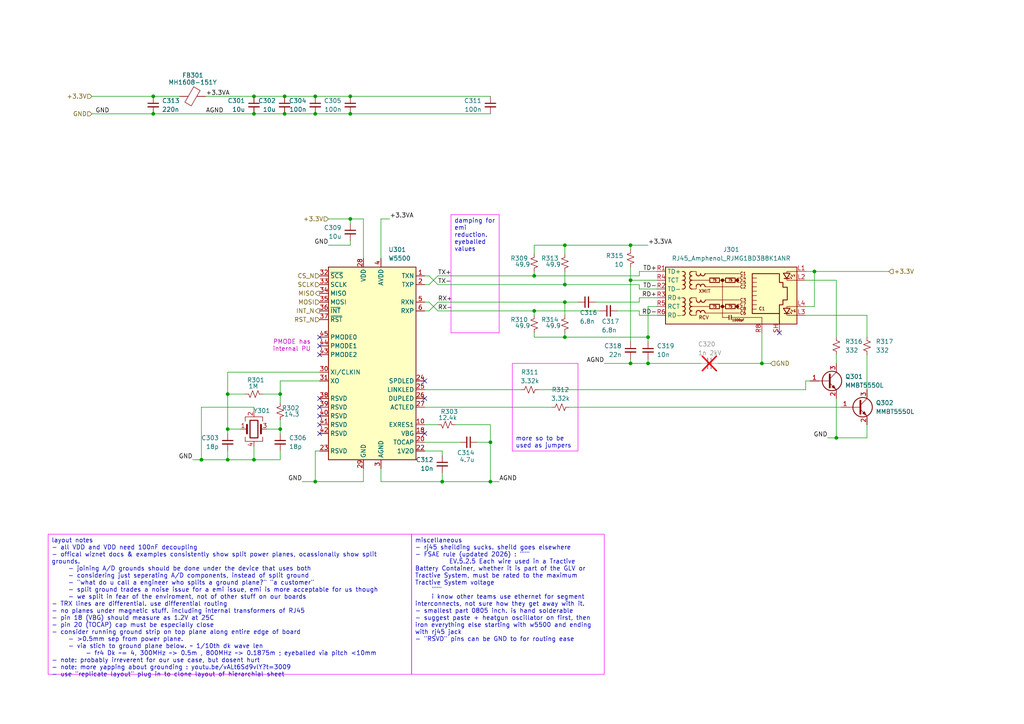
<source format=kicad_sch>
(kicad_sch (version 20250114) (generator "eeschema") (generator_version "9.0")
  (paper "A4")
  (title_block (title "spi ethernet controller") (date "2026-02-08") (rev "1.2") (company "UTA Racing") (comment 1 "Files at github.com/Gregification/BeeMS") (comment 2 "- reduced amount of decoupling caps\n"))
  (lib_symbols
    (symbol "Connector:RJ45_Amphenol_RJMG1BD3B8K1ANR"
      (property "Reference" "J" (at 18.415 10.16 0))
      (property "Value" "RJ45_Amphenol_RJMG1BD3B8K1ANR" (at -19.05 10.16 0))
      (symbol "RJ45_Amphenol_RJMG1BD3B8K1ANR_0_0"
        (text "XMIT" (at -8.255 1.905 0) (effects (font (size 1.016 1.016)) (justify left)))
        (text "RCV" (at -8.255 -5.715 0) (effects (font (size 1.016 1.016)) (justify left)))
        (text "C1" (at 4.699 6.985 0) (effects (font (size 0.889 0.889))))
        (text "C4" (at 4.699 5.715 0) (effects (font (size 0.889 0.889))))
        (text "C5" (at 4.699 4.445 0) (effects (font (size 0.889 0.889))))
        (text "C2" (at 4.699 3.175 0) (effects (font (size 0.889 0.889))))
        (text "C3" (at 4.699 -0.635 0) (effects (font (size 0.889 0.889))))
        (text "C7" (at 4.699 -1.905 0) (effects (font (size 0.889 0.889))))
        (text "C8" (at 4.699 -3.175 0) (effects (font (size 0.889 0.889))))
        (text "C6" (at 4.699 -4.445 0) (effects (font (size 0.889 0.889))))
        (text "C1" (at 10.16 -3.175 0) (effects (font (size 0.889 0.889))))
      )
      (symbol "RJ45_Amphenol_RJMG1BD3B8K1ANR_1_0"
        (text "1000pF" (at 3.302 -6.477 0) (effects (font (size 0.635 0.635))))
      )
      (symbol "RJ45_Amphenol_RJMG1BD3B8K1ANR_1_1"
        (text "75" (at -3.556 5.08 0) (effects (font (size 0.635 0.635))))
        (text "75" (at -3.556 -2.54 0) (effects (font (size 0.635 0.635))))
        (text "75" (at 1.016 5.08 0) (effects (font (size 0.635 0.635))))
        (text "75" (at 1.016 -2.54 0) (effects (font (size 0.635 0.635))))
        (text "Y" (at 19.558 6.35 0) (effects (font (size 0.635 0.635))))
        (text "G" (at 19.685 -3.81 0) (effects (font (size 0.635 0.635))))
        (pin passive line (at -20.32 7.62 0) (length 2.54) (name "TD+") (number "R1"))
        (pin passive line (at -20.32 5.08 0) (length 2.54) (name "TCT") (number "R4"))
        (pin passive line (at -20.32 2.54 0) (length 2.54) (name "TD-") (number "R2"))
        (pin passive line (at -20.32 0 0) (length 2.54) (name "RD+") (number "R3"))
        (pin passive line (at -20.32 -2.54 0) (length 2.54) (name "RCT") (number "R5"))
        (pin passive line (at -20.32 -5.08 0) (length 2.54) (name "RD-") (number "R6"))
        (pin power_in line (at 10.16 -10.16 90) (length 2.54) (name "") (number "R8"))
        (pin passive line (at 15.24 -10.16 90) (length 2.54) (name "") (number "SH"))
        (pin no_connect line (at 20.32 0 0) (length 0) (hide yes) (name "NC") (number "R7"))
        (pin passive line (at 22.86 7.62 180) (length 2.54) (name "") (number "L1"))
        (pin passive line (at 22.86 5.08 180) (length 2.54) (name "") (number "L2"))
        (pin passive line (at 22.86 -2.54 180) (length 2.54) (name "") (number "L4"))
        (pin passive line (at 22.86 -5.08 180) (length 2.54) (name "") (number "L3"))
      )
    )
    (symbol "Device:C_Small" (pin_numbers (hide yes)) (pin_names (offset 0.254) (hide yes))
      (property "Reference" "C" (at 0.254 1.778 0))
      (property "Value" "C_Small" (at 0.254 -2.032 0))
      (symbol "C_Small_1_1"
        (pin passive line (at 0 2.54 270) (length 2.032) (name "~") (number "1"))
        (pin passive line (at 0 -2.54 90) (length 2.032) (name "~") (number "2"))
      )
    )
    (symbol "Device:Crystal_GND24" (pin_names (offset 1.016) (hide yes))
      (property "Reference" "Y" (at 3.175 5.08 0))
      (property "Value" "Crystal_GND24" (at 3.175 3.175 0))
      (symbol "Crystal_GND24_1_1"
        (pin passive line (at -3.81 0 0) (length 1.27) (name "1") (number "1"))
        (pin passive line (at 0 5.08 270) (length 1.27) (name "2") (number "2"))
        (pin passive line (at 0 -5.08 90) (length 1.27) (name "4") (number "4"))
        (pin passive line (at 3.81 0 180) (length 1.27) (name "3") (number "3"))
      )
    )
    (symbol "Device:FerriteBead" (pin_numbers (hide yes)) (pin_names (offset 0))
      (property "Reference" "FB" (at -3.81 0.635 90))
      (property "Value" "FerriteBead" (at 3.81 0 90))
      (symbol "FerriteBead_1_1"
        (pin passive line (at 0 3.81 270) (length 2.54) (name "~") (number "1"))
        (pin passive line (at 0 -3.81 90) (length 2.54) (name "~") (number "2"))
      )
    )
    (symbol "Device:R_Small_US" (pin_numbers (hide yes)) (pin_names (offset 0.254) (hide yes))
      (property "Reference" "R" (at 0.762 0.508 0))
      (property "Value" "R_Small_US" (at 0.762 -1.016 0))
      (symbol "R_Small_US_1_1"
        (pin passive line (at 0 2.54 270) (length 1.016) (name "~") (number "1"))
        (pin passive line (at 0 -2.54 90) (length 1.016) (name "~") (number "2"))
      )
    )
    (symbol "Interface_Ethernet:W5500"
      (property "Reference" "U" (at -11.43 29.21 0))
      (property "Value" "W5500" (at 8.89 29.21 0))
      (symbol "W5500_1_1"
        (pin input line (at -15.24 25.4 0) (length 2.54) (name "~{SCS}") (number "32"))
        (pin input line (at -15.24 22.86 0) (length 2.54) (name "SCLK") (number "33"))
        (pin output line (at -15.24 20.32 0) (length 2.54) (name "MISO") (number "34"))
        (pin input line (at -15.24 17.78 0) (length 2.54) (name "MOSI") (number "35"))
        (pin input line (at -15.24 15.24 0) (length 2.54) (name "~{INT}") (number "36"))
        (pin input line (at -15.24 12.7 0) (length 2.54) (name "~{RST}") (number "37"))
        (pin input line (at -15.24 7.62 0) (length 2.54) (name "PMODE0") (number "45"))
        (pin input line (at -15.24 5.08 0) (length 2.54) (name "PMODE1") (number "44"))
        (pin input line (at -15.24 2.54 0) (length 2.54) (name "PMODE2") (number "43"))
        (pin input line (at -15.24 -2.54 0) (length 2.54) (name "XI/CLKIN") (number "30"))
        (pin output line (at -15.24 -5.08 0) (length 2.54) (name "XO") (number "31"))
        (pin input line (at -15.24 -10.16 0) (length 2.54) (name "RSVD") (number "38"))
        (pin input line (at -15.24 -12.7 0) (length 2.54) (name "RSVD") (number "39"))
        (pin input line (at -15.24 -15.24 0) (length 2.54) (name "RSVD") (number "40"))
        (pin input line (at -15.24 -17.78 0) (length 2.54) (name "RSVD") (number "41"))
        (pin input line (at -15.24 -20.32 0) (length 2.54) (name "RSVD") (number "42"))
        (pin input line (at -15.24 -25.4 0) (length 2.54) (name "RSVD") (number "23"))
        (pin power_in line (at -2.54 30.48 270) (length 2.54) (name "VDD") (number "28"))
        (pin power_in line (at -2.54 -30.48 90) (length 2.54) (name "GND") (number "29"))
        (pin passive line (at 2.54 30.48 270) (length 2.54) (hide yes) (name "AVDD") (number "11"))
        (pin passive line (at 2.54 30.48 270) (length 2.54) (hide yes) (name "AVDD") (number "15"))
        (pin passive line (at 2.54 30.48 270) (length 2.54) (hide yes) (name "AVDD") (number "17"))
        (pin passive line (at 2.54 30.48 270) (length 2.54) (hide yes) (name "AVDD") (number "21"))
        (pin power_in line (at 2.54 30.48 270) (length 2.54) (name "AVDD") (number "4"))
        (pin passive line (at 2.54 30.48 270) (length 2.54) (hide yes) (name "AVDD") (number "8"))
        (pin passive line (at 2.54 -30.48 90) (length 2.54) (hide yes) (name "AGND") (number "14"))
        (pin passive line (at 2.54 -30.48 90) (length 2.54) (hide yes) (name "AGND") (number "16"))
        (pin passive line (at 2.54 -30.48 90) (length 2.54) (hide yes) (name "AGND") (number "19"))
        (pin power_in line (at 2.54 -30.48 90) (length 2.54) (name "AGND") (number "3"))
        (pin passive line (at 2.54 -30.48 90) (length 2.54) (hide yes) (name "AGND") (number "48"))
        (pin passive line (at 2.54 -30.48 90) (length 2.54) (hide yes) (name "AGND") (number "9"))
        (pin no_connect line (at 12.7 10.16 180) (length 2.54) (hide yes) (name "DNC") (number "7"))
        (pin no_connect line (at 12.7 7.62 180) (length 2.54) (hide yes) (name "NC") (number "12"))
        (pin no_connect line (at 12.7 5.08 180) (length 2.54) (hide yes) (name "NC") (number "13"))
        (pin no_connect line (at 12.7 2.54 180) (length 2.54) (hide yes) (name "NC") (number "46"))
        (pin no_connect line (at 12.7 0 180) (length 2.54) (hide yes) (name "NC") (number "47"))
        (pin output line (at 15.24 25.4 180) (length 2.54) (name "TXN") (number "1"))
        (pin output line (at 15.24 22.86 180) (length 2.54) (name "TXP") (number "2"))
        (pin input line (at 15.24 17.78 180) (length 2.54) (name "RXN") (number "5"))
        (pin input line (at 15.24 15.24 180) (length 2.54) (name "RXP") (number "6"))
        (pin output line (at 15.24 -5.08 180) (length 2.54) (name "SPDLED") (number "24"))
        (pin output line (at 15.24 -7.62 180) (length 2.54) (name "LINKLED") (number "25"))
        (pin output line (at 15.24 -10.16 180) (length 2.54) (name "DUPLED") (number "26"))
        (pin output line (at 15.24 -12.7 180) (length 2.54) (name "ACTLED") (number "27"))
        (pin passive line (at 15.24 -17.78 180) (length 2.54) (name "EXRES1") (number "10"))
        (pin passive line (at 15.24 -20.32 180) (length 2.54) (name "VBG") (number "18"))
        (pin passive line (at 15.24 -22.86 180) (length 2.54) (name "TOCAP") (number "20"))
        (pin output line (at 15.24 -25.4 180) (length 2.54) (name "1V2O") (number "22"))
      )
    )
    (symbol "Transistor_BJT:MMBT5550L" (pin_names (offset 0) (hide yes))
      (property "Reference" "Q" (at 5.08 1.905 0))
      (property "Value" "MMBT5550L" (at 5.08 0 0))
      (symbol "MMBT5550L_1_1"
        (pin input line (at -5.08 0 0) (length 2.54) (name "B") (number "1"))
        (pin passive line (at 2.54 5.08 270) (length 2.54) (name "C") (number "3"))
        (pin passive line (at 2.54 -5.08 90) (length 2.54) (name "E") (number "2"))
      )
    )
  )
  (text "PMODE has\ninternal PU" (at 90.17 98.552 0) (effects (font (size 1.27 1.27)) (justify right top)))
  (text_box "miscellaneous\n- rj45 sheilding sucks. sheild goes elsewhere\n- FSAE rule (updated 2026) : \"\"\"\n		EV.5.2.5 Each wire used in a Tractive Battery Container, whether it is part of the GLV or Tractive System, must be rated to the maximum Tractive System voltage\n	\"\"\"\n	i know other teams use ethernet for segment interconnects, not sure how they get away with it.\n- smallest part 0805 inch. is hand solderable\n- suggest paste + heatgun oscillator on first, then iron everything else starting with w5500 and ending with rj45 jack\n- \"RSVD\" pins can be GND to for routing ease" (at 119.38 154.94 0) (size 55.88 40.64) (margins 0.9525 0.9525 0.9525 0.9525) (stroke (width 0) (color 255 0 255 1)) (effects (font (size 1.27 1.27)) (justify left top)))
  (text_box "damping for emi reduction. eyeballed values" (at 130.81 62.23 0) (size 13.97 34.29) (margins 0.9525 0.9525 0.9525 0.9525) (stroke (width 0) (color 255 0 255 1)) (effects (font (size 1.27 1.27)) (justify left top)))
  (text_box "more so to be used as jumpers" (at 148.59 105.41 0) (size 19.05 25.4) (margins 0.9525 0.9525 0.9525 0.9525) (stroke (width 0) (color 255 0 255 1)) (effects (font (size 1.27 1.27)) (justify left bottom)))
  (text_box "layout notes\n- all VDD and VDD need 100nF decoupling\n- offical wiznet docs & examples consistently show split power planes, ocassionally show split grounds.\n	- joining A/D grounds should be done under the device that uses both\n	- considering just seperating A/D components, instead of split ground\n	- \"what do u call a engineer who splits a ground plane?\" \"a customer\"\n	- split ground trades a noise issue for a emi issue, emi is more acceptable for us though\n	- we split in fear of the enviroment, not of other stuff on our boards\n- TRX lines are differential. use differential routing\n- no planes under magnetic stuff. including internal transformers of RJ45\n- pin 18 (VBG) should measure as 1.2V at 25C\n- pin 20 (TOCAP) cap must be especially close\n- consider running ground strip on top plane along entire edge of board\n	- >0.5mm sep from power plane.\n	- via stich to ground plane below. ~ 1/10th dk wave len\n		- fr4 Dk ~= 4, 300MHz ~> 0.5m , 800MHz ~> 0.1875m ; eyeballed via pitch <10mm\n- note: probably irreverent for our use case, but dosent hurt\n- note: more yapping about grounding : youtu.be/vALt6Sd9vlY?t=3009\n- use \"replicate layout\" plug in to clone layout of hierarchial sheet" (at 13.97 154.94 0) (size 105.41 40.64) (margins 0.9525 0.9525 0.9525 0.9525) (stroke (width 0) (color 255 0 255 1)) (effects (font (size 1.27 1.27)) (justify left top)))
  (junction (at 81.28 124.46))
  (junction (at 163.83 97.79))
  (junction (at 163.83 82.55))
  (junction (at 128.27 139.7))
  (junction (at 91.44 33.02))
  (junction (at 154.94 90.17))
  (junction (at 101.6 63.5))
  (junction (at 44.45 27.94))
  (junction (at 73.66 33.02))
  (junction (at 154.94 80.01))
  (junction (at 66.04 114.3))
  (junction (at 182.88 71.12))
  (junction (at 101.6 27.94))
  (junction (at 91.44 27.94))
  (junction (at 220.98 105.41))
  (junction (at 142.24 139.7))
  (junction (at 142.24 128.27))
  (junction (at 73.66 133.35))
  (junction (at 82.55 33.02))
  (junction (at 163.83 87.63))
  (junction (at 66.04 124.46))
  (junction (at 182.88 105.41))
  (junction (at 236.22 78.74))
  (junction (at 163.83 71.12))
  (junction (at 91.44 139.7))
  (junction (at 66.04 133.35))
  (junction (at 242.57 127))
  (junction (at 73.66 27.94))
  (junction (at 101.6 33.02))
  (junction (at 58.42 133.35))
  (junction (at 182.88 81.28))
  (junction (at 44.45 33.02))
  (junction (at 187.96 97.79))
  (junction (at 187.96 105.41))
  (junction (at 81.28 114.3))
  (junction (at 82.55 27.94))
  (no_connect (at 92.71 115.57))
  (no_connect (at 92.71 123.19))
  (no_connect (at 92.71 120.65))
  (no_connect (at 92.71 100.33))
  (no_connect (at 226.06 96.52))
  (no_connect (at 123.19 125.73))
  (no_connect (at 92.71 102.87))
  (no_connect (at 123.19 110.49))
  (no_connect (at 92.71 125.73))
  (no_connect (at 92.71 97.79))
  (no_connect (at 92.71 118.11))
  (no_connect (at 123.19 115.57))
  (wire (pts (xy 182.88 81.28) (xy 182.88 99.06)))
  (wire (pts (xy 163.83 71.12) (xy 154.94 71.12)))
  (wire (pts (xy 234.95 110.49) (xy 233.68 110.49)))
  (wire (pts (xy 101.6 63.5) (xy 105.41 63.5)))
  (wire (pts (xy 101.6 33.02) (xy 142.24 33.02)))
  (wire (pts (xy 251.46 97.79) (xy 251.46 91.44)))
  (wire (pts (xy 69.85 124.46) (xy 66.04 124.46)))
  (wire (pts (xy 124.46 80.01) (xy 127 82.55)))
  (wire (pts (xy 66.04 107.95) (xy 66.04 114.3)))
  (wire (pts (xy 185.42 87.63) (xy 185.42 86.36)))
  (wire (pts (xy 66.04 114.3) (xy 66.04 124.46)))
  (wire (pts (xy 44.45 27.94) (xy 52.07 27.94)))
  (wire (pts (xy 55.88 133.35) (xy 58.42 133.35)))
  (wire (pts (xy 236.22 88.9) (xy 233.68 88.9)))
  (wire (pts (xy 77.47 124.46) (xy 81.28 124.46)))
  (wire (pts (xy 110.49 63.5) (xy 110.49 74.93)))
  (wire (pts (xy 124.46 82.55) (xy 127 80.01)))
  (wire (pts (xy 127 80.01) (xy 154.94 80.01)))
  (wire (pts (xy 59.69 27.94) (xy 73.66 27.94)))
  (wire (pts (xy 242.57 115.57) (xy 242.57 127)))
  (wire (pts (xy 182.88 81.28) (xy 190.5 81.28)))
  (wire (pts (xy 110.49 139.7) (xy 128.27 139.7)))
  (wire (pts (xy 58.42 118.11) (xy 58.42 133.35)))
  (wire (pts (xy 182.88 71.12) (xy 187.96 71.12)))
  (wire (pts (xy 163.83 71.12) (xy 182.88 71.12)))
  (wire (pts (xy 82.55 33.02) (xy 91.44 33.02)))
  (wire (pts (xy 105.41 139.7) (xy 105.41 135.89)))
  (wire (pts (xy 101.6 64.77) (xy 101.6 63.5)))
  (wire (pts (xy 123.19 128.27) (xy 133.35 128.27)))
  (wire (pts (xy 95.25 71.12) (xy 101.6 71.12)))
  (wire (pts (xy 123.19 113.03) (xy 151.13 113.03)))
  (wire (pts (xy 182.88 105.41) (xy 187.96 105.41)))
  (wire (pts (xy 156.21 113.03) (xy 233.68 113.03)))
  (wire (pts (xy 66.04 133.35) (xy 73.66 133.35)))
  (wire (pts (xy 236.22 78.74) (xy 257.81 78.74)))
  (wire (pts (xy 185.42 86.36) (xy 190.5 86.36)))
  (wire (pts (xy 163.83 82.55) (xy 163.83 78.74)))
  (wire (pts (xy 138.43 128.27) (xy 142.24 128.27)))
  (wire (pts (xy 208.28 105.41) (xy 220.98 105.41)))
  (wire (pts (xy 251.46 127) (xy 251.46 123.19)))
  (wire (pts (xy 242.57 102.87) (xy 242.57 105.41)))
  (wire (pts (xy 81.28 133.35) (xy 81.28 130.81)))
  (wire (pts (xy 101.6 27.94) (xy 142.24 27.94)))
  (wire (pts (xy 154.94 80.01) (xy 154.94 78.74)))
  (wire (pts (xy 127 90.17) (xy 154.94 90.17)))
  (wire (pts (xy 91.44 33.02) (xy 101.6 33.02)))
  (wire (pts (xy 82.55 27.94) (xy 91.44 27.94)))
  (wire (pts (xy 142.24 139.7) (xy 144.78 139.7)))
  (wire (pts (xy 91.44 130.81) (xy 91.44 139.7)))
  (wire (pts (xy 142.24 128.27) (xy 142.24 139.7)))
  (wire (pts (xy 185.42 80.01) (xy 185.42 78.74)))
  (wire (pts (xy 163.83 87.63) (xy 163.83 91.44)))
  (wire (pts (xy 240.03 127) (xy 242.57 127)))
  (wire (pts (xy 236.22 78.74) (xy 236.22 88.9)))
  (wire (pts (xy 242.57 127) (xy 251.46 127)))
  (wire (pts (xy 66.04 114.3) (xy 71.12 114.3)))
  (wire (pts (xy 185.42 82.55) (xy 185.42 83.82)))
  (wire (pts (xy 81.28 110.49) (xy 92.71 110.49)))
  (wire (pts (xy 163.83 97.79) (xy 163.83 96.52)))
  (wire (pts (xy 163.83 71.12) (xy 163.83 73.66)))
  (wire (pts (xy 185.42 78.74) (xy 190.5 78.74)))
  (wire (pts (xy 101.6 71.12) (xy 101.6 69.85)))
  (wire (pts (xy 73.66 133.35) (xy 81.28 133.35)))
  (wire (pts (xy 66.04 107.95) (xy 92.71 107.95)))
  (wire (pts (xy 187.96 88.9) (xy 190.5 88.9)))
  (wire (pts (xy 236.22 78.74) (xy 233.68 78.74)))
  (wire (pts (xy 154.94 97.79) (xy 163.83 97.79)))
  (wire (pts (xy 128.27 139.7) (xy 142.24 139.7)))
  (wire (pts (xy 123.19 87.63) (xy 124.46 87.63)))
  (wire (pts (xy 73.66 33.02) (xy 82.55 33.02)))
  (wire (pts (xy 91.44 27.94) (xy 101.6 27.94)))
  (wire (pts (xy 154.94 90.17) (xy 173.99 90.17)))
  (wire (pts (xy 163.83 97.79) (xy 187.96 97.79)))
  (wire (pts (xy 187.96 99.06) (xy 187.96 97.79)))
  (wire (pts (xy 73.66 129.54) (xy 73.66 133.35)))
  (wire (pts (xy 81.28 114.3) (xy 81.28 116.84)))
  (wire (pts (xy 110.49 63.5) (xy 113.03 63.5)))
  (wire (pts (xy 132.08 123.19) (xy 142.24 123.19)))
  (wire (pts (xy 251.46 113.03) (xy 251.46 102.87)))
  (wire (pts (xy 124.46 90.17) (xy 127 87.63)))
  (wire (pts (xy 73.66 118.11) (xy 73.66 119.38)))
  (wire (pts (xy 128.27 139.7) (xy 128.27 137.16)))
  (wire (pts (xy 58.42 133.35) (xy 66.04 133.35)))
  (wire (pts (xy 187.96 97.79) (xy 187.96 88.9)))
  (wire (pts (xy 44.45 33.02) (xy 73.66 33.02)))
  (wire (pts (xy 185.42 90.17) (xy 185.42 91.44)))
  (wire (pts (xy 163.83 87.63) (xy 167.64 87.63)))
  (wire (pts (xy 220.98 105.41) (xy 220.98 96.52)))
  (wire (pts (xy 185.42 83.82) (xy 190.5 83.82)))
  (wire (pts (xy 87.63 139.7) (xy 91.44 139.7)))
  (wire (pts (xy 233.68 81.28) (xy 242.57 81.28)))
  (wire (pts (xy 91.44 130.81) (xy 92.71 130.81)))
  (wire (pts (xy 110.49 139.7) (xy 110.49 135.89)))
  (wire (pts (xy 175.26 105.41) (xy 182.88 105.41)))
  (wire (pts (xy 26.67 33.02) (xy 44.45 33.02)))
  (wire (pts (xy 123.19 123.19) (xy 127 123.19)))
  (wire (pts (xy 163.83 82.55) (xy 185.42 82.55)))
  (wire (pts (xy 220.98 105.41) (xy 223.52 105.41)))
  (wire (pts (xy 127 87.63) (xy 163.83 87.63)))
  (wire (pts (xy 233.68 91.44) (xy 251.46 91.44)))
  (wire (pts (xy 81.28 121.92) (xy 81.28 124.46)))
  (wire (pts (xy 73.66 27.94) (xy 82.55 27.94)))
  (wire (pts (xy 123.19 118.11) (xy 160.02 118.11)))
  (wire (pts (xy 127 82.55) (xy 163.83 82.55)))
  (wire (pts (xy 154.94 73.66) (xy 154.94 71.12)))
  (wire (pts (xy 185.42 91.44) (xy 190.5 91.44)))
  (wire (pts (xy 172.72 87.63) (xy 185.42 87.63)))
  (wire (pts (xy 81.28 125.73) (xy 81.28 124.46)))
  (wire (pts (xy 66.04 130.81) (xy 66.04 133.35)))
  (wire (pts (xy 179.07 90.17) (xy 185.42 90.17)))
  (wire (pts (xy 154.94 96.52) (xy 154.94 97.79)))
  (wire (pts (xy 81.28 110.49) (xy 81.28 114.3)))
  (wire (pts (xy 165.1 118.11) (xy 243.84 118.11)))
  (wire (pts (xy 142.24 123.19) (xy 142.24 128.27)))
  (wire (pts (xy 233.68 113.03) (xy 233.68 110.49)))
  (wire (pts (xy 66.04 124.46) (xy 66.04 125.73)))
  (wire (pts (xy 182.88 71.12) (xy 182.88 72.39)))
  (wire (pts (xy 124.46 87.63) (xy 127 90.17)))
  (wire (pts (xy 123.19 90.17) (xy 124.46 90.17)))
  (wire (pts (xy 58.42 118.11) (xy 73.66 118.11)))
  (wire (pts (xy 128.27 130.81) (xy 123.19 130.81)))
  (wire (pts (xy 95.25 63.5) (xy 101.6 63.5)))
  (wire (pts (xy 187.96 105.41) (xy 187.96 104.14)))
  (wire (pts (xy 182.88 105.41) (xy 182.88 104.14)))
  (wire (pts (xy 154.94 91.44) (xy 154.94 90.17)))
  (wire (pts (xy 128.27 132.08) (xy 128.27 130.81)))
  (wire (pts (xy 182.88 77.47) (xy 182.88 81.28)))
  (wire (pts (xy 91.44 139.7) (xy 105.41 139.7)))
  (wire (pts (xy 26.67 27.94) (xy 44.45 27.94)))
  (wire (pts (xy 105.41 63.5) (xy 105.41 74.93)))
  (wire (pts (xy 154.94 80.01) (xy 185.42 80.01)))
  (wire (pts (xy 187.96 105.41) (xy 203.2 105.41)))
  (wire (pts (xy 76.2 114.3) (xy 81.28 114.3)))
  (wire (pts (xy 123.19 80.01) (xy 124.46 80.01)))
  (wire (pts (xy 242.57 81.28) (xy 242.57 97.79)))
  (wire (pts (xy 123.19 82.55) (xy 124.46 82.55)))
  (label "TX+" (at 127 80.01 0))
  (label "AGND" (at 59.69 33.02 0))
  (label "+3.3VA" (at 59.69 27.94 0))
  (label "RD-" (at 190.5 91.44 180))
  (label "GND" (at 31.75 33.02 180))
  (label "GND" (at 95.25 71.12 180))
  (label "AGND" (at 144.78 139.7 0))
  (label "RX+" (at 127 87.63 0))
  (label "TX-" (at 127 82.55 0))
  (label "RD+" (at 190.5 86.36 180))
  (label "AGND" (at 175.26 105.41 180))
  (label "+3.3VA" (at 187.96 71.12 0))
  (label "TD+" (at 190.5 78.74 180))
  (label "GND" (at 240.03 127 180))
  (label "RX-" (at 127 90.17 0))
  (label "TD-" (at 190.5 83.82 180))
  (label "+3.3VA" (at 113.03 63.5 0))
  (label "GND" (at 55.88 133.35 180))
  (label "GND" (at 87.63 139.7 180))
  (hierarchical_label "GND" (shape input) (at 223.52 105.41 0))
  (hierarchical_label "+3.3V" (shape input) (at 95.25 63.5 180))
  (hierarchical_label "RST_N" (shape input) (at 92.71 92.71 180))
  (hierarchical_label "MISO" (shape output) (at 92.71 85.09 180))
  (hierarchical_label "+3.3V" (shape input) (at 257.81 78.74 0))
  (hierarchical_label "GND" (shape input) (at 26.67 33.02 180))
  (hierarchical_label "MOSI" (shape input) (at 92.71 87.63 180))
  (hierarchical_label "+3.3V" (shape input) (at 26.67 27.94 180))
  (hierarchical_label "SCLK" (shape input) (at 92.71 82.55 180))
  (hierarchical_label "INT_N" (shape output) (at 92.71 90.17 180))
  (hierarchical_label "CS_N" (shape input) (at 92.71 80.01 180))
  (symbol (lib_id "Device:R_Small_US") (at 182.88 74.93 0) (mirror y) (unit 1)
    (property "Reference" "R315" (at 180.848 74.168 0) (effects (justify left)))
    (property "Value" "10" (at 180.848 76.708 0) (effects (justify left)))
    (property "Footprint" "Resistor_SMD:R_0805_2012Metric_Pad1.20x1.40mm_HandSolder" (effects (hide yes)))
    (property "Description" "Resistor, US symbol" (effects (hide yes)))
    (property "mouser" "https://www.mouser.com/ProductDetail/KOA-Speer/RK73H2ATTD10R0F?qs=sGAEpiMZZMvdGkrng054t0qbyaLLndygtMfKrqE8ToI%3D" (effects (hide yes)))
    (property "specs" "10R, 150V, 250mW, 1%, 100ppm, -55C, +155C" (effects (hide yes)))
    (property "unit x1" "0.10" (effects (hide yes)))
    (property "unit x10" "0.02" (effects (hide yes)))
    (instances (project "W5500 testing" (path "" (reference "R315") (unit 1))) (project "W5500 testing" (path "" (reference "R?") (unit 1))))
  )
  (symbol (lib_id "Interface_Ethernet:W5500") (at 107.95 105.41 0) (unit 1)
    (property "Reference" "U301" (at 112.6333 72.39 0) (effects (justify left)))
    (property "Value" "W5500" (at 112.6333 74.93 0) (effects (justify left)))
    (property "Footprint" "Package_QFP:LQFP-48_7x7mm_P0.5mm" (effects (hide yes)))
    (property "Datasheet" "http://wizwiki.net/wiki/lib/exe/fetch.php/products:w5500:w5500_ds_v109e.pdf" (effects (hide yes)))
    (property "Description" "10/100Mb SPI Ethernet controller with TCP/IP stack, LQFP-48" (effects (hide yes)))
    (property "mouser" "https://www.mouser.com/ProductDetail/WIZnet/W5500?qs=2vh%252B45pPFtzthUpYPd4pqA%3D%3D&srsltid=AfmBOooS_FwSksJzNIrEWxsXr2WyGB4jGlrzDUdR5nOADXI-EfhrY8FA" (effects (hide yes)))
    (property "unit x10" "2.77" (effects (hide yes)))
    (property "unit x1" "3.67" (effects (hide yes)))
    (instances (project "W5500 testing" (path "" (reference "U301") (unit 1))) (project "W5500 testing" (path "" (reference "U?") (unit 1))))
  )
  (symbol (lib_id "Device:C_Small") (at 73.66 30.48 0) (mirror y) (unit 1)
    (property "Reference" "C301" (at 71.12 29.2162 0) (effects (justify left)))
    (property "Value" "10u" (at 71.12 31.7562 0) (effects (justify left)))
    (property "Footprint" "Capacitor_SMD:C_1206_3216Metric_Pad1.33x1.80mm_HandSolder" (effects (hide yes)))
    (property "mouser" "https://www.mouser.com/ProductDetail/Samsung-Electro-Mechanics/CL31A106KBHNNNE?qs=sGAEpiMZZMsh%252B1woXyUXjxqcB7t9naYpzWmpMbMJIKQ%3D" (effects (hide yes)))
    (property "specs" "10uF, 50VDC, X5R, 10%, -55C, +85C" (effects (hide yes)))
    (property "unit x10" "0.07" (effects (hide yes)))
    (instances (project "W5500 testing" (path "" (reference "C301") (unit 1))) (project "W5500 testing" (path "" (reference "C?") (unit 1))))
  )
  (symbol (lib_id "Device:R_Small_US") (at 251.46 100.33 0) (unit 1)
    (property "Reference" "R317" (at 254 99.0599 0) (effects (justify left)))
    (property "Value" "332" (at 254 101.5999 0) (effects (justify left)))
    (property "Footprint" "Resistor_SMD:R_1206_3216Metric_Pad1.30x1.75mm_HandSolder" (effects (hide yes)))
    (property "Description" "Resistor, small US symbol" (effects (hide yes)))
    (property "specs" "332 ohm, 250mW, 200V, 1%, 100ppm, -55C, +155C" (effects (hide yes)))
    (property "mouser" "https://www.mouser.com/ProductDetail/YAGEO/AC1206FR-07332RL?qs=sGAEpiMZZMvdGkrng054txZnKwhPFOhA4suuzGTX%2F2A%3D" (effects (hide yes)))
    (property "unit x10" "0.016" (effects (hide yes)))
    (property "unit x1" "0.10" (effects (hide yes)))
    (instances (project "W5500 testing" (path "" (reference "R317") (unit 1))) (project "W5500 testing" (path "" (reference "R?") (unit 1))))
  )
  (symbol (lib_id "Device:R_Small_US") (at 81.28 119.38 0) (mirror x) (unit 1)
    (property "Reference" "R302" (at 86.868 118.364 0) (effects (justify right)))
    (property "Value" "14.3" (at 86.868 120.142 0) (effects (justify right)))
    (property "Footprint" "Resistor_SMD:R_0805_2012Metric_Pad1.20x1.40mm_HandSolder" (effects (hide yes)))
    (property "Description" "Resistor, US symbol" (effects (hide yes)))
    (property "mouser" "https://www.mouser.com/ProductDetail/KOA-Speer/RK73H2ATTD14R3F?qs=sGAEpiMZZMvdGkrng054tzl5geC4ftCS2xF%2Fs66%2F7iY%3D" (effects (hide yes)))
    (property "specs" "14.3R, 250mW, 1%, 100ppm, 150V, -55C, +155C" (effects (hide yes)))
    (property "unit x1" "0.10" (effects (hide yes)))
    (property "unit x10" "0.02" (effects (hide yes)))
    (instances (project "W5500 testing" (path "" (reference "R302") (unit 1))) (project "W5500 testing" (path "" (reference "R?") (unit 1))))
  )
  (symbol (lib_id "Device:FerriteBead") (at 55.88 27.94 90) (unit 1)
    (property "Reference" "FB301" (at 55.9308 21.844 90))
    (property "Value" "MH1608-151Y" (at 55.88 23.876 90))
    (property "Footprint" "Inductor_SMD:L_0603_1608Metric_Pad1.05x0.95mm_HandSolder" (effects (hide yes)))
    (property "Description" "Ferrite bead" (effects (hide yes)))
    (property "specs" "150R@100Mhz +-25%, 0.1@DC, 2A max, -55C, +125C" (effects (hide yes)))
    (property "mouser" "https://www.mouser.com/ProductDetail/Bourns/MH1608-151Y?qs=aqFbwuCjQomGpgiGtpDD0g%3D%3D" (effects (hide yes)))
    (property "unit x1" "0.10" (effects (hide yes)))
    (property "unit x10" "0.07" (effects (hide yes)))
    (property "unit x25" "0.055" (effects (hide yes)))
  )
  (symbol (lib_id "Device:C_Small") (at 182.88 101.6 0) (mirror y) (unit 1)
    (property "Reference" "C318" (at 180.34 100.3362 0) (effects (justify left)))
    (property "Value" "22n" (at 180.34 102.8762 0) (effects (justify left)))
    (property "Footprint" "Capacitor_SMD:C_0805_2012Metric_Pad1.18x1.45mm_HandSolder" (effects (hide yes)))
    (property "mouser" "https://www.mouser.com/ProductDetail/Samsung-Electro-Mechanics/CL21B223JBANNNC?qs=hqM3L16%252Bxle%2FHRWqvvaDSA%3D%3D" (effects (hide yes)))
    (property "specs" "22nF, 50Vdc, 5%, X7R, MLCC" (effects (hide yes)))
    (property "unit x10" "0.027" (effects (hide yes)))
    (property "unit x1" "0.10" (effects (hide yes)))
    (instances (project "W5500 testing" (path "" (reference "C318") (unit 1))) (project "W5500 testing" (path "" (reference "C?") (unit 1))))
  )
  (symbol (lib_id "Device:R_Small_US") (at 154.94 93.98 0) (mirror x) (unit 1)
    (property "Reference" "R310" (at 153.162 92.71 0) (effects (justify right)))
    (property "Value" "49.9" (at 149.352 94.488 0) (effects (justify left)))
    (property "Footprint" "Resistor_SMD:R_0805_2012Metric_Pad1.20x1.40mm_HandSolder" (effects (hide yes)))
    (property "Description" "Resistor, US symbol" (effects (hide yes)))
    (property "mouser" "https://www.mouser.com/ProductDetail/Vishay/CRCW080549R9FKEA?qs=sGAEpiMZZMvdGkrng054txEw7b1YnvGudG63Yk9YxfA%3D" (effects (hide yes)))
    (property "specs" "49.9 ohm, 250mW, 1% , 150V, 100ppm" (effects (hide yes)))
    (property "unit x10" "0.026" (effects (hide yes)))
    (property "unit x1" "0.1" (effects (hide yes)))
    (instances (project "W5500 testing" (path "" (reference "R310") (unit 1))) (project "W5500 testing" (path "" (reference "R?") (unit 1))))
  )
  (symbol (lib_id "Transistor_BJT:MMBT5550L") (at 248.92 118.11 0) (unit 1)
    (property "Reference" "Q302" (at 254 116.8399 0) (effects (justify left)))
    (property "Value" "MMBT5550L" (at 254 119.3799 0) (effects (justify left)))
    (property "Footprint" "Package_TO_SOT_SMD:SOT-23" (effects (hide yes)))
    (property "Datasheet" "www.onsemi.com/pub/Collateral/MMBT5550LT1-D.PDF" (effects (hide yes)))
    (property "Description" "0.6A Ic, 140V Vce, NPN Transistor, SOT-23" (effects (hide yes)))
    (property "mouser" "https://www.mouser.com/ProductDetail/onsemi/MMBT5550LT1G?qs=R2UZ7gjkEjKW3fmkaqXxTw%3D%3D" (effects (hide yes)))
    (property "unit x10" "0.087" (effects (hide yes)))
    (property "unit x1" "0.14" (effects (hide yes)))
    (instances (project "W5500 testing" (path "" (reference "Q302") (unit 1))) (project "W5500 testing" (path "" (reference "Q?") (unit 1))))
  )
  (symbol (lib_id "Device:Crystal_GND24") (at 73.66 124.46 0) (unit 1)
    (property "Reference" "Y301" (at 75.946 119.126 0))
    (property "Value" "Crystal_GND24" (effects (hide yes)))
    (property "Footprint" "Crystal:Crystal_SMD_2016-4Pin_2.0x1.6mm" (effects (hide yes)))
    (property "Datasheet" "https://www.mouser.com/datasheet/3/294/1/ecx_1637.pdf" (effects (hide yes)))
    (property "Description" "Four pin crystal, GND on pins 2 and 4" (effects (hide yes)))
    (property "note" "i just realized mouser redirects datasheet links while digikey actually direct links to the manufacturer. its over mouser-bros, glowies quepon us" (effects (hide yes)))
    (property "mouser" "https://www.mouser.com/ProductDetail/ECS/ECS-250-10-37-JTN-TR?qs=wd5RIQLrsJj4twaawhdQqA%3D%3D&srsltid=AfmBOooSZat7ufaqYor3ubAk9rheod9cKZi13Bf2WCkAg_ansLX3aDbZ" (effects (hide yes)))
    (property "unit x1" "0.51" (effects (hide yes)))
    (property "unit x10" "0.422" (effects (hide yes)))
    (instances (project "" (path "" (reference "Y301") (unit 1))) (project "" (path "" (reference "Y?") (unit 1))))
  )
  (symbol (lib_id "Device:C_Small") (at 91.44 30.48 0) (mirror y) (unit 1)
    (property "Reference" "C304" (at 88.9 29.2162 0) (effects (justify left)))
    (property "Value" "100n" (at 88.9 31.7562 0) (effects (justify left)))
    (property "Footprint" "Capacitor_SMD:C_0603_1608Metric_Pad1.08x0.95mm_HandSolder" (effects (hide yes)))
    (property "mouser" "https://www.mouser.com/ProductDetail/Wurth-Elektronik/885012206095?qs=0KOYDY2FL2%2FIErXVpcsrTQ%3D%3D" (effects (hide yes)))
    (property "specs" "100nF, 10%, 50V, X7R, -55C, +125C" (effects (hide yes)))
    (property "unit x10" "0.029" (effects (hide yes)))
    (property "unit x1" "0.10" (effects (hide yes)))
    (property "unit x50" "0.02" (effects (hide yes)))
    (property "unit x100" "0.017" (effects (hide yes)))
    (instances (project "W5500 testing" (path "" (reference "C304") (unit 1))) (project "W5500 testing" (path "" (reference "C?") (unit 1))))
  )
  (symbol (lib_id "Device:C_Small") (at 170.18 87.63 90) (mirror x) (unit 1)
    (property "Reference" "C316" (at 168.148 90.678 90) (effects (justify right)))
    (property "Value" "6.8n" (at 168.148 93.218 90) (effects (justify right)))
    (property "Footprint" "Capacitor_SMD:C_0805_2012Metric_Pad1.18x1.45mm_HandSolder" (effects (hide yes)))
    (property "mouser" "https://www.mouser.com/ProductDetail/Murata-Electronics/GRM2195C2A682JA01D?qs=rrS6PyfT74cP1xu8goU9mQ%3D%3D" (effects (hide yes)))
    (property "specs" "6800pF, 5%, 100VDC, -55C, +125C, MLCC" (effects (hide yes)))
    (property "unit x10" "0.039" (effects (hide yes)))
    (property "unit x1" "0.10" (effects (hide yes)))
    (instances (project "W5500 testing" (path "" (reference "C316") (unit 1))) (project "W5500 testing" (path "" (reference "C?") (unit 1))))
  )
  (symbol (lib_id "Device:R_Small_US") (at 129.54 123.19 90) (mirror x) (unit 1)
    (property "Reference" "R303" (at 127.762 119.38 90) (effects (justify right)))
    (property "Value" "12.4k" (at 132.588 121.158 90) (effects (justify left)))
    (property "Footprint" "Resistor_SMD:R_0805_2012Metric_Pad1.20x1.40mm_HandSolder" (effects (hide yes)))
    (property "Description" "Resistor, US symbol" (effects (hide yes)))
    (property "mouser" "https://www.mouser.com/ProductDetail/Susumu/RR1220P-1242-D-M?qs=sGAEpiMZZMvdGkrng054t0uOsFOTJMhbkKY3D7%2FGR%2FA%3D" (effects (hide yes)))
    (property "specs" "12.4k ohm, 0.5%, 100mW, 100V, 25ppm, -55C, +125C" (effects (hide yes)))
    (property "unit x10" "0.028" (effects (hide yes)))
    (property "unit x1" "0.1" (effects (hide yes)))
    (instances (project "W5500 testing" (path "" (reference "R303") (unit 1))) (project "W5500 testing" (path "" (reference "R?") (unit 1))))
  )
  (symbol (lib_id "Device:R_Small_US") (at 154.94 76.2 0) (mirror x) (unit 1)
    (property "Reference" "R309" (at 153.162 74.93 0) (effects (justify right)))
    (property "Value" "49.9" (at 149.352 76.708 0) (effects (justify left)))
    (property "Footprint" "Resistor_SMD:R_0805_2012Metric_Pad1.20x1.40mm_HandSolder" (effects (hide yes)))
    (property "Description" "Resistor, US symbol" (effects (hide yes)))
    (property "mouser" "https://www.mouser.com/ProductDetail/Vishay/CRCW080549R9FKEA?qs=sGAEpiMZZMvdGkrng054txEw7b1YnvGudG63Yk9YxfA%3D" (effects (hide yes)))
    (property "specs" "49.9 ohm, 250mW, 1% , 150V, 100ppm" (effects (hide yes)))
    (property "unit x10" "0.026" (effects (hide yes)))
    (property "unit x1" "0.1" (effects (hide yes)))
    (instances (project "W5500 testing" (path "" (reference "R309") (unit 1))) (project "W5500 testing" (path "" (reference "R?") (unit 1))))
  )
  (symbol (lib_id "Device:C_Small") (at 142.24 30.48 0) (mirror y) (unit 1)
    (property "Reference" "C311" (at 139.7 29.2162 0) (effects (justify left)))
    (property "Value" "100n" (at 139.7 31.7562 0) (effects (justify left)))
    (property "Footprint" "Capacitor_SMD:C_0603_1608Metric_Pad1.08x0.95mm_HandSolder" (effects (hide yes)))
    (property "mouser" "https://www.mouser.com/ProductDetail/Wurth-Elektronik/885012206095?qs=0KOYDY2FL2%2FIErXVpcsrTQ%3D%3D" (effects (hide yes)))
    (property "specs" "100nF, 10%, 50V, X7R, -55C, +125C" (effects (hide yes)))
    (property "unit x10" "0.029" (effects (hide yes)))
    (property "unit x1" "0.10" (effects (hide yes)))
    (property "unit x50" "0.02" (effects (hide yes)))
    (property "unit x100" "0.017" (effects (hide yes)))
    (instances (project "W5500 testing" (path "" (reference "C311") (unit 1))) (project "W5500 testing" (path "" (reference "C?") (unit 1))))
  )
  (symbol (lib_id "Device:R_Small_US") (at 242.57 100.33 180) (unit 1)
    (property "Reference" "R316" (at 245.11 99.0599 0) (effects (justify right)))
    (property "Value" "332" (at 245.11 101.5999 0) (effects (justify right)))
    (property "Footprint" "Resistor_SMD:R_1206_3216Metric_Pad1.30x1.75mm_HandSolder" (effects (hide yes)))
    (property "Description" "Resistor, small US symbol" (effects (hide yes)))
    (property "specs" "332 ohm, 250mW, 200V, 1%, 100ppm, -55C, +155C" (effects (hide yes)))
    (property "mouser" "https://www.mouser.com/ProductDetail/YAGEO/AC1206FR-07332RL?qs=sGAEpiMZZMvdGkrng054txZnKwhPFOhA4suuzGTX%2F2A%3D" (effects (hide yes)))
    (property "unit x10" "0.016" (effects (hide yes)))
    (property "unit x1" "0.10" (effects (hide yes)))
    (instances (project "W5500 testing" (path "" (reference "R316") (unit 1))) (project "W5500 testing" (path "" (reference "R?") (unit 1))))
  )
  (symbol (lib_id "Device:C_Small") (at 128.27 134.62 0) (mirror y) (unit 1)
    (property "Reference" "C312" (at 125.73 133.3562 0) (effects (justify left)))
    (property "Value" "10n" (at 125.73 135.8962 0) (effects (justify left)))
    (property "Footprint" "Capacitor_SMD:C_0805_2012Metric_Pad1.18x1.45mm_HandSolder" (effects (hide yes)))
    (property "mouser" "https://www.mouser.com/ProductDetail/KYOCERA-AVX/08051C103J4Z2A?qs=k4kUdCzLgS7mcJ89o4qEaA%3D%3D" (effects (hide yes)))
    (property "specs" "10nF, 5%, 100VDC, X7R, MLCC" (effects (hide yes)))
    (property "unit x10" "0.04" (effects (hide yes)))
    (property "unit x1" "0.10" (effects (hide yes)))
    (instances (project "W5500 testing" (path "" (reference "C312") (unit 1))) (project "W5500 testing" (path "" (reference "C?") (unit 1))))
  )
  (symbol (lib_id "Device:C_Small") (at 205.74 105.41 270) (mirror x) (unit 1) (in_bom no) (on_board no) (dnp yes)
    (property "Reference" "C320" (at 202.438 99.822 90) (effects (justify left)))
    (property "Value" "1n 2kV" (at 202.438 102.362 90) (effects (justify left)))
    (property "Footprint" "Capacitor_SMD:C_1206_3216Metric_Pad1.33x1.80mm_HandSolder" (effects (hide yes)))
    (property "mouser" "https://www.mouser.com/ProductDetail/YAGEO/CC1206JKX7RDBB102?qs=57cj7OiSijkgvK2TDpNpEA%3D%3D" (effects (hide yes)))
    (property "specs" "1n, 2kVDC, 5%, x7r, mlcc" (effects (hide yes)))
    (property "unit x10" "0.11" (effects (hide yes)))
    (property "unit x1" "0.26" (effects (hide yes)))
    (instances (project "W5500 testing" (path "" (reference "C320") (unit 1))) (project "W5500 testing" (path "" (reference "C?") (unit 1))))
  )
  (symbol (lib_id "Device:C_Small") (at 44.45 30.48 0) (unit 1)
    (property "Reference" "C313" (at 46.99 29.2162 0) (effects (justify left)))
    (property "Value" "220n" (at 46.99 31.7562 0) (effects (justify left)))
    (property "Footprint" "Capacitor_SMD:C_0805_2012Metric_Pad1.18x1.45mm_HandSolder" (effects (hide yes)))
    (property "Datasheet" "https://www.mouser.com/ProductDetail/Samsung-Electro-Mechanics/CL31B224KBFNNNF?qs=sGAEpiMZZMsh%252B1woXyUXj7iNKXiFkBmw7C%252BUlKpuDJ8%3D" (effects (hide yes)))
    (property "mouser" "https://www.mouser.com/ProductDetail/Samsung-Electro-Mechanics/CL21B224KCFSFNE?qs=664zcAxDQ0l4Y1eUk6Zc1g%3D%3D" (effects (hide yes)))
    (property "specs" "100VDC, X7R, 10%, -55C, +125C, 220nF" (effects (hide yes)))
    (property "unit x10" "0.054" (effects (hide yes)))
  )
  (symbol (lib_id "Device:C_Small") (at 66.04 128.27 0) (mirror y) (unit 1)
    (property "Reference" "C303" (at 63.5 127.0062 0) (effects (justify left)))
    (property "Value" "18p" (at 63.5 129.5462 0) (effects (justify left)))
    (property "Footprint" "Capacitor_SMD:C_0805_2012Metric_Pad1.18x1.45mm_HandSolder" (effects (hide yes)))
    (property "mouser" "https://www.mouser.com/ProductDetail/Walsin/0805N180F500CT?qs=sGAEpiMZZMsh%252B1woXyUXj9Vc%2FsqQGnyVu5vt83N1H%2FU%3D" (effects (hide yes)))
    (property "specs" "18pF, 50VDC, 1%, -55C, +125C" (effects (hide yes)))
    (property "unit x10" "0.076" (effects (hide yes)))
    (property "unit x1" "0.13" (effects (hide yes)))
    (instances (project "W5500 testing" (path "" (reference "C303") (unit 1))) (project "W5500 testing" (path "" (reference "C?") (unit 1))))
  )
  (symbol (lib_id "Device:R_Small_US") (at 163.83 76.2 0) (mirror x) (unit 1)
    (property "Reference" "R313" (at 162.052 74.93 0) (effects (justify right)))
    (property "Value" "49.9" (at 158.242 76.708 0) (effects (justify left)))
    (property "Footprint" "Resistor_SMD:R_0805_2012Metric_Pad1.20x1.40mm_HandSolder" (effects (hide yes)))
    (property "Description" "Resistor, US symbol" (effects (hide yes)))
    (property "mouser" "https://www.mouser.com/ProductDetail/Vishay/CRCW080549R9FKEA?qs=sGAEpiMZZMvdGkrng054txEw7b1YnvGudG63Yk9YxfA%3D" (effects (hide yes)))
    (property "specs" "49.9 ohm, 250mW, 1% , 150V, 100ppm" (effects (hide yes)))
    (property "unit x10" "0.026" (effects (hide yes)))
    (property "unit x1" "0.1" (effects (hide yes)))
    (instances (project "W5500 testing" (path "" (reference "R313") (unit 1))) (project "W5500 testing" (path "" (reference "R?") (unit 1))))
  )
  (symbol (lib_id "Device:C_Small") (at 82.55 30.48 0) (mirror y) (unit 1)
    (property "Reference" "C302" (at 80.01 29.2162 0) (effects (justify left)))
    (property "Value" "10u" (at 80.01 31.7562 0) (effects (justify left)))
    (property "Footprint" "Capacitor_SMD:C_1206_3216Metric_Pad1.33x1.80mm_HandSolder" (effects (hide yes)))
    (property "mouser" "https://www.mouser.com/ProductDetail/Samsung-Electro-Mechanics/CL31A106KBHNNNE?qs=sGAEpiMZZMsh%252B1woXyUXjxqcB7t9naYpzWmpMbMJIKQ%3D" (effects (hide yes)))
    (property "specs" "10uF, 50VDC, X5R, 10%, -55C, +85C" (effects (hide yes)))
    (property "unit x10" "0.07" (effects (hide yes)))
    (instances (project "W5500 testing" (path "" (reference "C302") (unit 1))) (project "W5500 testing" (path "" (reference "C?") (unit 1))))
  )
  (symbol (lib_id "Device:C_Small") (at 187.96 101.6 0) (unit 1)
    (property "Reference" "C319" (at 190.5 100.3362 0) (effects (justify left)))
    (property "Value" "10n" (at 190.5 102.8762 0) (effects (justify left)))
    (property "Footprint" "Capacitor_SMD:C_0805_2012Metric_Pad1.18x1.45mm_HandSolder" (effects (hide yes)))
    (property "mouser" "https://www.mouser.com/ProductDetail/KYOCERA-AVX/08051C103J4Z2A?qs=k4kUdCzLgS7mcJ89o4qEaA%3D%3D" (effects (hide yes)))
    (property "specs" "10nF, 5%, 100VDC, X7R, MLCC" (effects (hide yes)))
    (property "unit x10" "0.04" (effects (hide yes)))
    (property "unit x1" "0.10" (effects (hide yes)))
    (instances (project "W5500 testing" (path "" (reference "C319") (unit 1))) (project "W5500 testing" (path "" (reference "C?") (unit 1))))
  )
  (symbol (lib_id "Device:C_Small") (at 81.28 128.27 0) (unit 1)
    (property "Reference" "C306" (at 83.82 127.0062 0) (effects (justify left)))
    (property "Value" "18p" (at 83.82 129.5462 0) (effects (justify left)))
    (property "Footprint" "Capacitor_SMD:C_0805_2012Metric_Pad1.18x1.45mm_HandSolder" (effects (hide yes)))
    (property "mouser" "https://www.mouser.com/ProductDetail/Walsin/0805N180F500CT?qs=sGAEpiMZZMsh%252B1woXyUXj9Vc%2FsqQGnyVu5vt83N1H%2FU%3D" (effects (hide yes)))
    (property "specs" "18pF, 50VDC, 1%, -55C, +125C" (effects (hide yes)))
    (property "unit x10" "0.076" (effects (hide yes)))
    (property "unit x1" "0.13" (effects (hide yes)))
    (instances (project "W5500 testing" (path "" (reference "C306") (unit 1))) (project "W5500 testing" (path "" (reference "C?") (unit 1))))
  )
  (symbol (lib_id "Device:C_Small") (at 176.53 90.17 90) (mirror x) (unit 1)
    (property "Reference" "C317" (at 174.498 93.218 90) (effects (justify right)))
    (property "Value" "6.8n" (at 174.498 95.758 90) (effects (justify right)))
    (property "Footprint" "Capacitor_SMD:C_0805_2012Metric_Pad1.18x1.45mm_HandSolder" (effects (hide yes)))
    (property "mouser" "https://www.mouser.com/ProductDetail/Murata-Electronics/GRM2195C2A682JA01D?qs=rrS6PyfT74cP1xu8goU9mQ%3D%3D" (effects (hide yes)))
    (property "specs" "6800pF, 5%, 100VDC, -55C, +125C, MLCC" (effects (hide yes)))
    (property "unit x10" "0.039" (effects (hide yes)))
    (property "unit x1" "0.10" (effects (hide yes)))
    (instances (project "W5500 testing" (path "" (reference "C317") (unit 1))) (project "W5500 testing" (path "" (reference "C?") (unit 1))))
  )
  (symbol (lib_id "Device:R_Small_US") (at 73.66 114.3 90) (mirror x) (unit 1)
    (property "Reference" "R301" (at 71.628 110.236 90) (effects (justify right)))
    (property "Value" "1M" (at 74.93 112.014 90) (effects (justify left)))
    (property "Footprint" "Resistor_SMD:R_0603_1608Metric_Pad0.98x0.95mm_HandSolder" (effects (hide yes)))
    (property "Description" "Resistor, US symbol" (effects (hide yes)))
    (property "mouser" "https://www.mouser.com/ProductDetail/Bourns/CRT0603-DZ-1004ELF?qs=sGAEpiMZZMvdGkrng054t68dcO8cnautFc7S2YsBFXeklY3pnGqzVw%3D%3D" (effects (hide yes)))
    (property "specs" "1M, 100mW, 750V, 0.5%, 50ppm, -55C, +155C" (effects (hide yes)))
    (property "unit x10" "0.031" (effects (hide yes)))
    (property "unit x1" "0.10" (effects (hide yes)))
    (instances (project "W5500 testing" (path "" (reference "R301") (unit 1))) (project "W5500 testing" (path "" (reference "R?") (unit 1))))
  )
  (symbol (lib_id "Device:R_Small_US") (at 162.56 118.11 90) (unit 1)
    (property "Reference" "R312" (at 162.56 113.03 90))
    (property "Value" "3.32k" (at 162.56 115.57 90))
    (property "Footprint" "Resistor_SMD:R_0805_2012Metric_Pad1.20x1.40mm_HandSolder" (effects (hide yes)))
    (property "Description" "Resistor, US symbol" (effects (hide yes)))
    (property "mouser" "https://www.mouser.com/ProductDetail/Walsin/WR08X3321FTL?qs=sGAEpiMZZMvdGkrng054twKDKoBh%252BscnhzVUopLjNIsmzZlnTa4U1w%3D%3D" (effects (hide yes)))
    (property "specs" "3.32kOhm, 1%, 150V, 125mW, 100ppm, -55C, 155C" (effects (hide yes)))
    (property "unit x1" "0.10" (effects (hide yes)))
    (property "unit x10" "0.019" (effects (hide yes)))
  )
  (symbol (lib_id "Connector:RJ45_Amphenol_RJMG1BD3B8K1ANR") (at 210.82 86.36 0) (unit 1)
    (property "Reference" "J301" (at 212.09 72.39 0))
    (property "Value" "RJ45_Amphenol_RJMG1BD3B8K1ANR" (at 212.09 74.93 0))
    (property "Footprint" "Connector_RJ:RJ45_Amphenol_RJMG1BD3B8K1ANR" (effects (hide yes)))
    (property "Datasheet" "https://www.amphenol-cs.com/media/wysiwyg/files/drawing/rjmg1bd3b8k1anr.pdf" (effects (hide yes)))
    (property "Description" "1 Port RJ45 Magjack Connector Through Hole 10/100 Base-T, AutoMDIX" (effects (hide yes)))
    (property "mouser" "https://www.mouser.com/ProductDetail/Amphenol-Commercial-Products/RJMG1BD3B8K1ANR?qs=8nwx9VzGl4z0N6DynlxHHg%3D%3D&srsltid=AfmBOor8B3zMxYEZPHmeRSjW3wGwotI7ZmViZKigXYs-TFPa4eOgK7Td" (effects (hide yes)))
    (property "unit x1" "3.86" (effects (hide yes)))
    (property "unit x10" "3.56" (effects (hide yes)))
    (instances (project "W5500 testing" (path "" (reference "J301") (unit 1))) (project "W5500 testing" (path "" (reference "J?") (unit 1))))
  )
  (symbol (lib_id "Device:C_Small") (at 101.6 30.48 0) (mirror y) (unit 1)
    (property "Reference" "C305" (at 99.06 29.2162 0) (effects (justify left)))
    (property "Value" "100n" (at 99.06 31.7562 0) (effects (justify left)))
    (property "Footprint" "Capacitor_SMD:C_0603_1608Metric_Pad1.08x0.95mm_HandSolder" (effects (hide yes)))
    (property "mouser" "https://www.mouser.com/ProductDetail/Wurth-Elektronik/885012206095?qs=0KOYDY2FL2%2FIErXVpcsrTQ%3D%3D" (effects (hide yes)))
    (property "specs" "100nF, 10%, 50V, X7R, -55C, +125C" (effects (hide yes)))
    (property "unit x10" "0.029" (effects (hide yes)))
    (property "unit x1" "0.10" (effects (hide yes)))
    (property "unit x50" "0.02" (effects (hide yes)))
    (property "unit x100" "0.017" (effects (hide yes)))
    (instances (project "W5500 testing" (path "" (reference "C305") (unit 1))) (project "W5500 testing" (path "" (reference "C?") (unit 1))))
  )
  (symbol (lib_id "Device:C_Small") (at 135.89 128.27 270) (mirror x) (unit 1)
    (property "Reference" "C314" (at 137.668 131.318 90) (effects (justify right)))
    (property "Value" "4.7u" (at 137.668 133.35 90) (effects (justify right)))
    (property "Footprint" "Capacitor_SMD:C_0805_2012Metric_Pad1.18x1.45mm_HandSolder" (effects (hide yes)))
    (property "mouser" "https://www.mouser.com/ProductDetail/KEMET/C0805C475J4RACAUTO?qs=HXFqYaX1Q2zgZ196jUXcdQ%3D%3D" (effects (hide yes)))
    (property "specs" "4.7uF, 16V, 5%, -55C, +125C" (effects (hide yes)))
    (property "unit x10" "0.218" (effects (hide yes)))
    (property "unit x1" "0.47" (effects (hide yes)))
    (instances (project "W5500 testing" (path "" (reference "C314") (unit 1))) (project "W5500 testing" (path "" (reference "C?") (unit 1))))
  )
  (symbol (lib_id "Device:R_Small_US") (at 163.83 93.98 0) (mirror x) (unit 1)
    (property "Reference" "R314" (at 162.052 92.71 0) (effects (justify right)))
    (property "Value" "49.9" (at 158.242 94.488 0) (effects (justify left)))
    (property "Footprint" "Resistor_SMD:R_0805_2012Metric_Pad1.20x1.40mm_HandSolder" (effects (hide yes)))
    (property "Description" "Resistor, US symbol" (effects (hide yes)))
    (property "mouser" "https://www.mouser.com/ProductDetail/Vishay/CRCW080549R9FKEA?qs=sGAEpiMZZMvdGkrng054txEw7b1YnvGudG63Yk9YxfA%3D" (effects (hide yes)))
    (property "specs" "49.9 ohm, 250mW, 1% , 150V, 100ppm" (effects (hide yes)))
    (property "unit x10" "0.026" (effects (hide yes)))
    (property "unit x1" "0.1" (effects (hide yes)))
    (instances (project "W5500 testing" (path "" (reference "R314") (unit 1))) (project "W5500 testing" (path "" (reference "R?") (unit 1))))
  )
  (symbol (lib_id "Transistor_BJT:MMBT5550L") (at 240.03 110.49 0) (unit 1)
    (property "Reference" "Q301" (at 245.11 109.2199 0) (effects (justify left)))
    (property "Value" "MMBT5550L" (at 245.11 111.7599 0) (effects (justify left)))
    (property "Footprint" "Package_TO_SOT_SMD:SOT-23" (effects (hide yes)))
    (property "Datasheet" "www.onsemi.com/pub/Collateral/MMBT5550LT1-D.PDF" (effects (hide yes)))
    (property "Description" "0.6A Ic, 140V Vce, NPN Transistor, SOT-23" (effects (hide yes)))
    (property "mouser" "https://www.mouser.com/ProductDetail/onsemi/MMBT5550LT1G?qs=R2UZ7gjkEjKW3fmkaqXxTw%3D%3D" (effects (hide yes)))
    (property "unit x10" "0.087" (effects (hide yes)))
    (property "unit x1" "0.14" (effects (hide yes)))
    (instances (project "W5500 testing" (path "" (reference "Q301") (unit 1))) (project "W5500 testing" (path "" (reference "Q?") (unit 1))))
  )
  (symbol (lib_id "Device:C_Small") (at 101.6 67.31 0) (mirror y) (unit 1)
    (property "Reference" "C309" (at 99.06 66.0462 0) (effects (justify left)))
    (property "Value" "10u" (at 99.06 68.5862 0) (effects (justify left)))
    (property "Footprint" "Capacitor_SMD:C_1206_3216Metric_Pad1.33x1.80mm_HandSolder" (effects (hide yes)))
    (property "mouser" "https://www.mouser.com/ProductDetail/Samsung-Electro-Mechanics/CL31A106KBHNNNE?qs=sGAEpiMZZMsh%252B1woXyUXjxqcB7t9naYpzWmpMbMJIKQ%3D" (effects (hide yes)))
    (property "specs" "10uF, 50VDC, X5R, 10%, -55C, +85C" (effects (hide yes)))
    (property "unit x10" "0.07" (effects (hide yes)))
    (instances (project "W5500 testing" (path "" (reference "C309") (unit 1))) (project "W5500 testing" (path "" (reference "C?") (unit 1))))
  )
  (symbol (lib_id "Device:R_Small_US") (at 153.67 113.03 90) (unit 1)
    (property "Reference" "R311" (at 153.67 107.95 90))
    (property "Value" "3.32k" (at 153.67 110.49 90))
    (property "Footprint" "Resistor_SMD:R_0805_2012Metric_Pad1.20x1.40mm_HandSolder" (effects (hide yes)))
    (property "Description" "Resistor, US symbol" (effects (hide yes)))
    (property "mouser" "https://www.mouser.com/ProductDetail/Walsin/WR08X3321FTL?qs=sGAEpiMZZMvdGkrng054twKDKoBh%252BscnhzVUopLjNIsmzZlnTa4U1w%3D%3D" (effects (hide yes)))
    (property "specs" "3.32kOhm, 1%, 150V, 125mW, 100ppm, -55C, 155C" (effects (hide yes)))
    (property "unit x1" "0.10" (effects (hide yes)))
    (property "unit x10" "0.019" (effects (hide yes)))
  )
)
</source>
